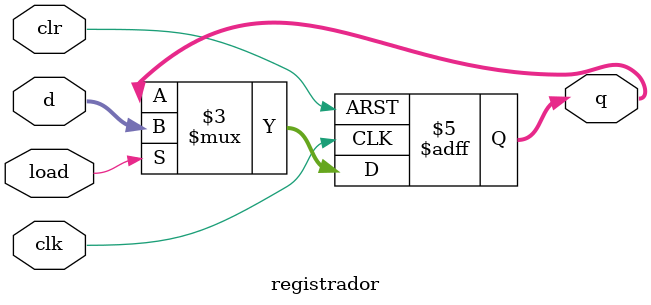
<source format=sv>
module registrador(
    input logic clk, load, clr,
    input logic [3:0] d,
    output logic [3:0] q
);

    always_ff @(posedge clk or posedge clr) begin
        if (clr == 1'b1)
            q <= 4'b0000;   
        else if (load)
            q <= d;  
    end 
endmodule
</source>
